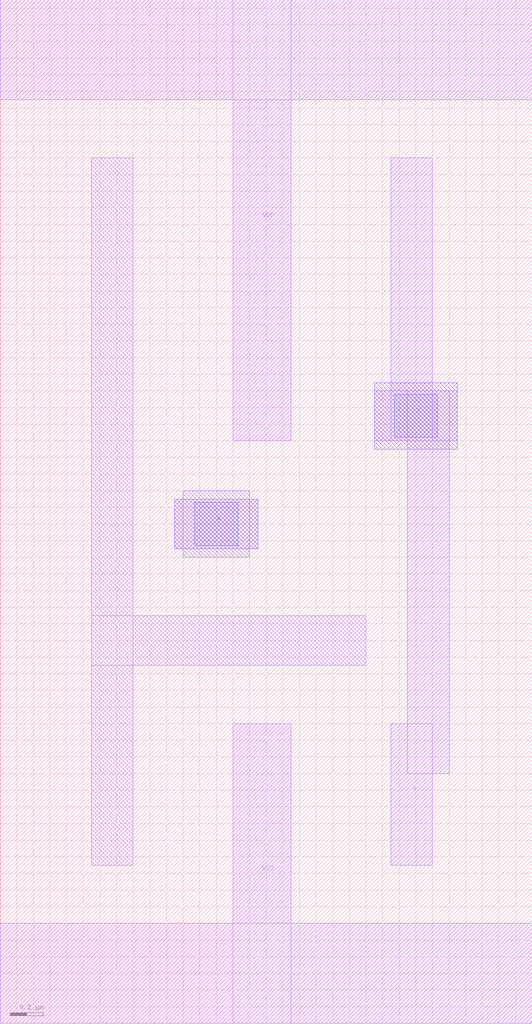
<source format=lef>
# Copyright 2022 Google LLC
# Licensed under the Apache License, Version 2.0 (the "License");
# you may not use this file except in compliance with the License.
# You may obtain a copy of the License at
#
#      http://www.apache.org/licenses/LICENSE-2.0
#
# Unless required by applicable law or agreed to in writing, software
# distributed under the License is distributed on an "AS IS" BASIS,
# WITHOUT WARRANTIES OR CONDITIONS OF ANY KIND, either express or implied.
# See the License for the specific language governing permissions and
# limitations under the License.
VERSION 5.7 ;
BUSBITCHARS "[]" ;
DIVIDERCHAR "/" ;

MACRO gf180mcu_osu_sc_gp9t3v3__buf_1
  CLASS CORE ;
  ORIGIN 0 0 ;
  FOREIGN gf180mcu_osu_sc_gp9t3v3__buf_1 0 0 ;
  SIZE 3.2 BY 6.15 ;
  SYMMETRY X Y ;
  SITE GF180_3p3_12t ;
  PIN VDD
    DIRECTION INOUT ;
    USE POWER ;
    SHAPE ABUTMENT ;
    PORT
      LAYER MET1 ;
        RECT 0 5.55 3.2 6.15 ;
        RECT 1.4 3.5 1.75 6.15 ;
    END
  END VDD
  PIN VSS
    DIRECTION INOUT ;
    USE GROUND ;
    PORT
      LAYER MET1 ;
        RECT 0 0 3.2 0.6 ;
        RECT 1.4 0 1.75 1.8 ;
    END
  END VSS
  PIN A
    DIRECTION INPUT ;
    USE SIGNAL ;
    PORT
      LAYER MET1 ;
        RECT 1.05 2.85 1.55 3.15 ;
      LAYER MET2 ;
        RECT 1.05 2.85 1.55 3.15 ;
        RECT 1.1 2.8 1.5 3.2 ;
      LAYER VIA12 ;
        RECT 1.17 2.87 1.43 3.13 ;
    END
  END A
  PIN Y
    DIRECTION OUTPUT ;
    USE SIGNAL ;
    PORT
      LAYER MET1 ;
        RECT 2.25 3.5 2.75 3.8 ;
        RECT 2.45 1.5 2.7 3.8 ;
        RECT 2.35 3.5 2.6 5.2 ;
        RECT 2.35 0.95 2.6 1.8 ;
      LAYER MET2 ;
        RECT 2.25 3.45 2.75 3.85 ;
      LAYER VIA12 ;
        RECT 2.37 3.52 2.63 3.78 ;
    END
  END Y
  OBS
    LAYER MET1 ;
      RECT 0.55 0.95 0.8 5.2 ;
      RECT 0.55 2.15 2.2 2.45 ;
  END
END gf180mcu_osu_sc_gp9t3v3__buf_1

</source>
